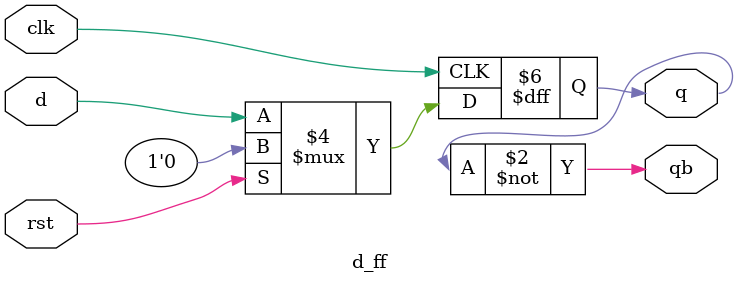
<source format=v>
module d_ff(input d, clk,rst, output reg q , output wire qb
);
always @(posedge clk )
begin if(rst)
q<=0;
else
q<=d;
end
assign qb=~q;
endmodule

</source>
